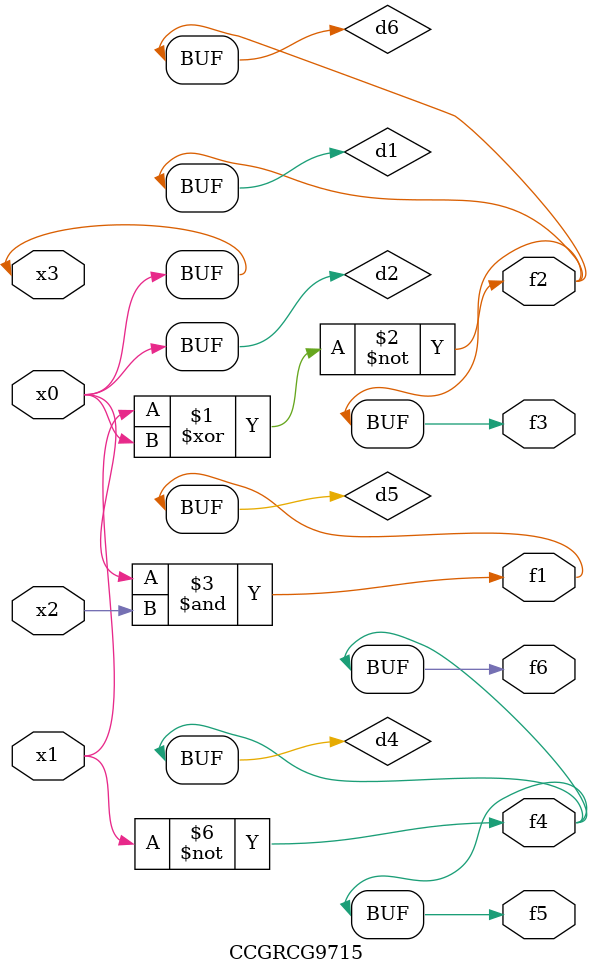
<source format=v>
module CCGRCG9715(
	input x0, x1, x2, x3,
	output f1, f2, f3, f4, f5, f6
);

	wire d1, d2, d3, d4, d5, d6;

	xnor (d1, x1, x3);
	buf (d2, x0, x3);
	nand (d3, x0, x2);
	not (d4, x1);
	nand (d5, d3);
	or (d6, d1);
	assign f1 = d5;
	assign f2 = d6;
	assign f3 = d6;
	assign f4 = d4;
	assign f5 = d4;
	assign f6 = d4;
endmodule

</source>
